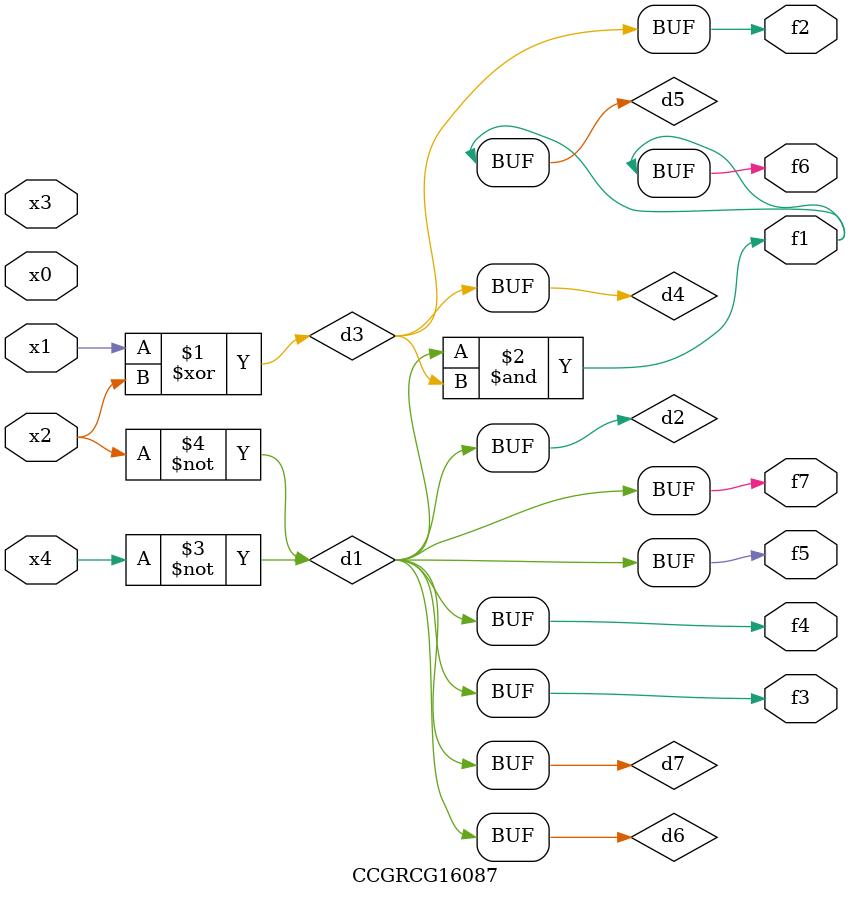
<source format=v>
module CCGRCG16087(
	input x0, x1, x2, x3, x4,
	output f1, f2, f3, f4, f5, f6, f7
);

	wire d1, d2, d3, d4, d5, d6, d7;

	not (d1, x4);
	not (d2, x2);
	xor (d3, x1, x2);
	buf (d4, d3);
	and (d5, d1, d3);
	buf (d6, d1, d2);
	buf (d7, d2);
	assign f1 = d5;
	assign f2 = d4;
	assign f3 = d7;
	assign f4 = d7;
	assign f5 = d7;
	assign f6 = d5;
	assign f7 = d7;
endmodule

</source>
